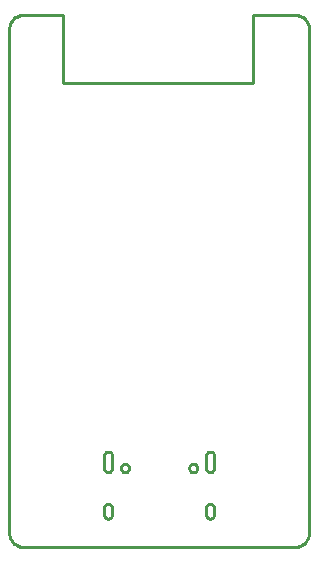
<source format=gbr>
G04 EAGLE Gerber RS-274X export*
G75*
%MOMM*%
%FSLAX34Y34*%
%LPD*%
%IN*%
%IPPOS*%
%AMOC8*
5,1,8,0,0,1.08239X$1,22.5*%
G01*
%ADD10C,0.254000*%


D10*
X3000Y13350D02*
X3048Y12243D01*
X3193Y11145D01*
X3433Y10063D01*
X3766Y9006D01*
X4190Y7983D01*
X4701Y7000D01*
X5297Y6066D01*
X5971Y5187D01*
X6720Y4370D01*
X7537Y3621D01*
X8416Y2947D01*
X9350Y2351D01*
X10333Y1840D01*
X11356Y1416D01*
X12413Y1083D01*
X13495Y843D01*
X14593Y698D01*
X15700Y650D01*
X244300Y650D01*
X245407Y698D01*
X246505Y843D01*
X247587Y1083D01*
X248644Y1416D01*
X249667Y1840D01*
X250650Y2351D01*
X251584Y2947D01*
X252463Y3621D01*
X253280Y4370D01*
X254029Y5187D01*
X254703Y6066D01*
X255299Y7000D01*
X255810Y7983D01*
X256234Y9006D01*
X256567Y10063D01*
X256807Y11145D01*
X256952Y12243D01*
X257000Y13350D01*
X257000Y438800D01*
X256952Y439907D01*
X256807Y441005D01*
X256567Y442087D01*
X256234Y443144D01*
X255810Y444167D01*
X255299Y445150D01*
X254703Y446084D01*
X254029Y446963D01*
X253280Y447780D01*
X252463Y448529D01*
X251584Y449203D01*
X250650Y449799D01*
X249667Y450310D01*
X248644Y450734D01*
X247587Y451067D01*
X246505Y451307D01*
X245407Y451452D01*
X244300Y451500D01*
X209200Y451500D01*
X209200Y394000D01*
X48450Y394000D01*
X48450Y451500D01*
X15700Y451500D01*
X14593Y451452D01*
X13495Y451307D01*
X12413Y451067D01*
X11356Y450734D01*
X10333Y450310D01*
X9350Y449799D01*
X8416Y449203D01*
X7537Y448529D01*
X6720Y447780D01*
X5971Y446963D01*
X5297Y446084D01*
X4701Y445150D01*
X4190Y444167D01*
X3766Y443144D01*
X3433Y442087D01*
X3193Y441005D01*
X3048Y439907D01*
X3000Y438800D01*
X3000Y13350D01*
X169950Y28000D02*
X169962Y27717D01*
X169999Y27436D01*
X170061Y27159D01*
X170146Y26888D01*
X170255Y26627D01*
X170385Y26375D01*
X170538Y26136D01*
X170710Y25911D01*
X170902Y25702D01*
X171111Y25510D01*
X171336Y25338D01*
X171575Y25185D01*
X171827Y25055D01*
X172088Y24946D01*
X172359Y24861D01*
X172636Y24799D01*
X172917Y24762D01*
X173200Y24750D01*
X173483Y24762D01*
X173764Y24799D01*
X174041Y24861D01*
X174312Y24946D01*
X174574Y25055D01*
X174825Y25185D01*
X175064Y25338D01*
X175289Y25510D01*
X175498Y25702D01*
X175690Y25911D01*
X175862Y26136D01*
X176015Y26375D01*
X176146Y26627D01*
X176254Y26888D01*
X176339Y27159D01*
X176401Y27436D01*
X176438Y27717D01*
X176450Y28000D01*
X176450Y34000D01*
X176438Y34283D01*
X176401Y34564D01*
X176339Y34841D01*
X176254Y35112D01*
X176146Y35374D01*
X176015Y35625D01*
X175862Y35864D01*
X175690Y36089D01*
X175498Y36298D01*
X175289Y36490D01*
X175064Y36662D01*
X174825Y36815D01*
X174574Y36946D01*
X174312Y37054D01*
X174041Y37139D01*
X173764Y37201D01*
X173483Y37238D01*
X173200Y37250D01*
X172917Y37238D01*
X172636Y37201D01*
X172359Y37139D01*
X172088Y37054D01*
X171827Y36946D01*
X171575Y36815D01*
X171336Y36662D01*
X171111Y36490D01*
X170902Y36298D01*
X170710Y36089D01*
X170538Y35864D01*
X170385Y35625D01*
X170255Y35374D01*
X170146Y35112D01*
X170061Y34841D01*
X169999Y34564D01*
X169962Y34283D01*
X169950Y34000D01*
X169950Y28000D01*
X83550Y28000D02*
X83562Y27717D01*
X83599Y27436D01*
X83661Y27159D01*
X83746Y26888D01*
X83855Y26627D01*
X83985Y26375D01*
X84138Y26136D01*
X84310Y25911D01*
X84502Y25702D01*
X84711Y25510D01*
X84936Y25338D01*
X85175Y25185D01*
X85427Y25055D01*
X85688Y24946D01*
X85959Y24861D01*
X86236Y24799D01*
X86517Y24762D01*
X86800Y24750D01*
X87083Y24762D01*
X87364Y24799D01*
X87641Y24861D01*
X87912Y24946D01*
X88174Y25055D01*
X88425Y25185D01*
X88664Y25338D01*
X88889Y25510D01*
X89098Y25702D01*
X89290Y25911D01*
X89462Y26136D01*
X89615Y26375D01*
X89746Y26627D01*
X89854Y26888D01*
X89939Y27159D01*
X90001Y27436D01*
X90038Y27717D01*
X90050Y28000D01*
X90050Y34000D01*
X90038Y34283D01*
X90001Y34564D01*
X89939Y34841D01*
X89854Y35112D01*
X89746Y35374D01*
X89615Y35625D01*
X89462Y35864D01*
X89290Y36089D01*
X89098Y36298D01*
X88889Y36490D01*
X88664Y36662D01*
X88425Y36815D01*
X88174Y36946D01*
X87912Y37054D01*
X87641Y37139D01*
X87364Y37201D01*
X87083Y37238D01*
X86800Y37250D01*
X86517Y37238D01*
X86236Y37201D01*
X85959Y37139D01*
X85688Y37054D01*
X85427Y36946D01*
X85175Y36815D01*
X84936Y36662D01*
X84711Y36490D01*
X84502Y36298D01*
X84310Y36089D01*
X84138Y35864D01*
X83985Y35625D01*
X83855Y35374D01*
X83746Y35112D01*
X83661Y34841D01*
X83599Y34564D01*
X83562Y34283D01*
X83550Y34000D01*
X83550Y28000D01*
X169950Y67300D02*
X169962Y67017D01*
X169999Y66736D01*
X170061Y66459D01*
X170146Y66188D01*
X170255Y65927D01*
X170385Y65675D01*
X170538Y65436D01*
X170710Y65211D01*
X170902Y65002D01*
X171111Y64810D01*
X171336Y64638D01*
X171575Y64485D01*
X171827Y64355D01*
X172088Y64246D01*
X172359Y64161D01*
X172636Y64099D01*
X172917Y64062D01*
X173200Y64050D01*
X173483Y64062D01*
X173764Y64099D01*
X174041Y64161D01*
X174312Y64246D01*
X174574Y64355D01*
X174825Y64485D01*
X175064Y64638D01*
X175289Y64810D01*
X175498Y65002D01*
X175690Y65211D01*
X175862Y65436D01*
X176015Y65675D01*
X176146Y65927D01*
X176254Y66188D01*
X176339Y66459D01*
X176401Y66736D01*
X176438Y67017D01*
X176450Y67300D01*
X176450Y78300D01*
X176438Y78583D01*
X176401Y78864D01*
X176339Y79141D01*
X176254Y79412D01*
X176146Y79674D01*
X176015Y79925D01*
X175862Y80164D01*
X175690Y80389D01*
X175498Y80598D01*
X175289Y80790D01*
X175064Y80962D01*
X174825Y81115D01*
X174574Y81246D01*
X174312Y81354D01*
X174041Y81439D01*
X173764Y81501D01*
X173483Y81538D01*
X173200Y81550D01*
X172917Y81538D01*
X172636Y81501D01*
X172359Y81439D01*
X172088Y81354D01*
X171827Y81246D01*
X171575Y81115D01*
X171336Y80962D01*
X171111Y80790D01*
X170902Y80598D01*
X170710Y80389D01*
X170538Y80164D01*
X170385Y79925D01*
X170255Y79674D01*
X170146Y79412D01*
X170061Y79141D01*
X169999Y78864D01*
X169962Y78583D01*
X169950Y78300D01*
X169950Y67300D01*
X83550Y67300D02*
X83562Y67017D01*
X83599Y66736D01*
X83661Y66459D01*
X83746Y66188D01*
X83855Y65927D01*
X83985Y65675D01*
X84138Y65436D01*
X84310Y65211D01*
X84502Y65002D01*
X84711Y64810D01*
X84936Y64638D01*
X85175Y64485D01*
X85427Y64355D01*
X85688Y64246D01*
X85959Y64161D01*
X86236Y64099D01*
X86517Y64062D01*
X86800Y64050D01*
X87083Y64062D01*
X87364Y64099D01*
X87641Y64161D01*
X87912Y64246D01*
X88174Y64355D01*
X88425Y64485D01*
X88664Y64638D01*
X88889Y64810D01*
X89098Y65002D01*
X89290Y65211D01*
X89462Y65436D01*
X89615Y65675D01*
X89746Y65927D01*
X89854Y66188D01*
X89939Y66459D01*
X90001Y66736D01*
X90038Y67017D01*
X90050Y67300D01*
X90050Y78300D01*
X90038Y78583D01*
X90001Y78864D01*
X89939Y79141D01*
X89854Y79412D01*
X89746Y79674D01*
X89615Y79925D01*
X89462Y80164D01*
X89290Y80389D01*
X89098Y80598D01*
X88889Y80790D01*
X88664Y80962D01*
X88425Y81115D01*
X88174Y81246D01*
X87912Y81354D01*
X87641Y81439D01*
X87364Y81501D01*
X87083Y81538D01*
X86800Y81550D01*
X86517Y81538D01*
X86236Y81501D01*
X85959Y81439D01*
X85688Y81354D01*
X85427Y81246D01*
X85175Y81115D01*
X84936Y80962D01*
X84711Y80790D01*
X84502Y80598D01*
X84310Y80389D01*
X84138Y80164D01*
X83985Y79925D01*
X83855Y79674D01*
X83746Y79412D01*
X83661Y79141D01*
X83599Y78864D01*
X83562Y78583D01*
X83550Y78300D01*
X83550Y67300D01*
X104600Y67271D02*
X104540Y66816D01*
X104421Y66373D01*
X104246Y65949D01*
X104016Y65551D01*
X103737Y65187D01*
X103413Y64863D01*
X103049Y64584D01*
X102651Y64354D01*
X102227Y64179D01*
X101784Y64060D01*
X101329Y64000D01*
X100871Y64000D01*
X100416Y64060D01*
X99973Y64179D01*
X99549Y64354D01*
X99151Y64584D01*
X98787Y64863D01*
X98463Y65187D01*
X98184Y65551D01*
X97954Y65949D01*
X97779Y66373D01*
X97660Y66816D01*
X97600Y67271D01*
X97600Y67729D01*
X97660Y68184D01*
X97779Y68627D01*
X97954Y69051D01*
X98184Y69449D01*
X98463Y69813D01*
X98787Y70137D01*
X99151Y70416D01*
X99549Y70646D01*
X99973Y70821D01*
X100416Y70940D01*
X100871Y71000D01*
X101329Y71000D01*
X101784Y70940D01*
X102227Y70821D01*
X102651Y70646D01*
X103049Y70416D01*
X103413Y70137D01*
X103737Y69813D01*
X104016Y69449D01*
X104246Y69051D01*
X104421Y68627D01*
X104540Y68184D01*
X104600Y67729D01*
X104600Y67271D01*
X162400Y67271D02*
X162340Y66816D01*
X162221Y66373D01*
X162046Y65949D01*
X161816Y65551D01*
X161537Y65187D01*
X161213Y64863D01*
X160849Y64584D01*
X160451Y64354D01*
X160027Y64179D01*
X159584Y64060D01*
X159129Y64000D01*
X158671Y64000D01*
X158216Y64060D01*
X157773Y64179D01*
X157349Y64354D01*
X156951Y64584D01*
X156587Y64863D01*
X156263Y65187D01*
X155984Y65551D01*
X155754Y65949D01*
X155579Y66373D01*
X155460Y66816D01*
X155400Y67271D01*
X155400Y67729D01*
X155460Y68184D01*
X155579Y68627D01*
X155754Y69051D01*
X155984Y69449D01*
X156263Y69813D01*
X156587Y70137D01*
X156951Y70416D01*
X157349Y70646D01*
X157773Y70821D01*
X158216Y70940D01*
X158671Y71000D01*
X159129Y71000D01*
X159584Y70940D01*
X160027Y70821D01*
X160451Y70646D01*
X160849Y70416D01*
X161213Y70137D01*
X161537Y69813D01*
X161816Y69449D01*
X162046Y69051D01*
X162221Y68627D01*
X162340Y68184D01*
X162400Y67729D01*
X162400Y67271D01*
M02*

</source>
